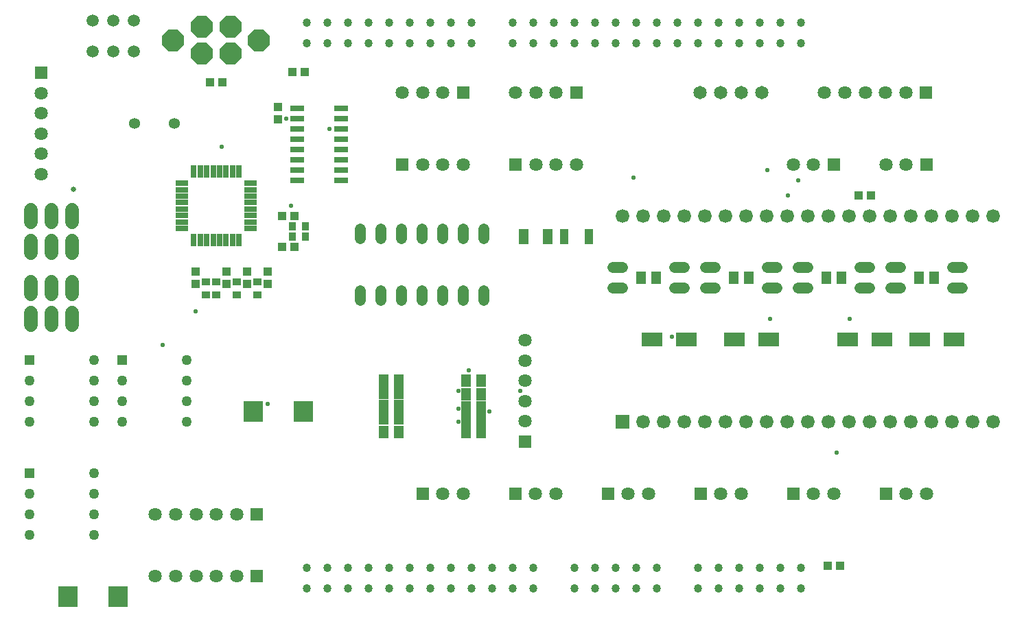
<source format=gbr>
G04 EAGLE Gerber RS-274X export*
G75*
%MOMM*%
%FSLAX34Y34*%
%LPD*%
%INSoldermask Top*%
%IPPOS*%
%AMOC8*
5,1,8,0,0,1.08239X$1,22.5*%
G01*
G04 Define Apertures*
%ADD10R,1.088800X1.838800*%
%ADD11R,1.291600X1.942300*%
%ADD12R,1.627000X1.627000*%
%ADD13C,1.627000*%
%ADD14C,1.027000*%
%ADD15P,2.88673X8X22.5*%
%ADD16R,1.158200X1.547200*%
%ADD17C,1.651000*%
%ADD18R,2.519000X1.692300*%
%ADD19C,1.346200*%
%ADD20R,1.047900X1.097200*%
%ADD21R,1.602000X0.727000*%
%ADD22R,0.727000X1.602000*%
%ADD23R,1.652000X0.777000*%
%ADD24R,1.257000X1.257000*%
%ADD25C,1.257000*%
%ADD26C,1.357000*%
%ADD27C,1.498600*%
%ADD28R,1.097200X1.047900*%
%ADD29R,2.477000X2.577000*%
%ADD30R,0.925700X1.100900*%
%ADD31R,1.100900X0.925700*%
%ADD32C,1.651000*%
%ADD33R,1.687000X1.687000*%
%ADD34C,1.687000*%
%ADD35C,0.584200*%
%ADD36C,0.652000*%
D10*
X73650Y88900D03*
X104150Y88900D03*
D11*
X23346Y88900D03*
X52854Y88900D03*
D12*
X406000Y177800D03*
D13*
X381000Y177800D03*
X356000Y177800D03*
D12*
X520300Y177800D03*
D13*
X495300Y177800D03*
X470300Y177800D03*
D12*
X13100Y-228600D03*
D13*
X38100Y-228600D03*
X63100Y-228600D03*
D12*
X-101200Y-228600D03*
D13*
X-76200Y-228600D03*
X-51200Y-228600D03*
D12*
X127400Y-228600D03*
D13*
X152400Y-228600D03*
X177400Y-228600D03*
D12*
X241700Y-228600D03*
D13*
X266700Y-228600D03*
X291700Y-228600D03*
D12*
X356000Y-228600D03*
D13*
X381000Y-228600D03*
X406000Y-228600D03*
D12*
X470300Y-228600D03*
D13*
X495300Y-228600D03*
X520300Y-228600D03*
D12*
X519700Y266700D03*
D13*
X494700Y266700D03*
X469700Y266700D03*
X444700Y266700D03*
X419700Y266700D03*
X394700Y266700D03*
D12*
X88300Y266700D03*
D13*
X63300Y266700D03*
X38300Y266700D03*
X13300Y266700D03*
D12*
X-51400Y266700D03*
D13*
X-76400Y266700D03*
X-101400Y266700D03*
X-126400Y266700D03*
D12*
X13300Y177800D03*
D13*
X38300Y177800D03*
X63300Y177800D03*
X88300Y177800D03*
D12*
X-126400Y177800D03*
D13*
X-101400Y177800D03*
X-76400Y177800D03*
X-51400Y177800D03*
D14*
X-243840Y-345440D03*
X-218440Y-345440D03*
X-193040Y-345440D03*
X-167640Y-345440D03*
X-142240Y-345440D03*
X-116840Y-345440D03*
X-91440Y-345440D03*
X-66040Y-345440D03*
X-40640Y-345440D03*
X-15240Y-345440D03*
X10160Y-345440D03*
X35560Y-345440D03*
X86360Y-345440D03*
X111760Y-345440D03*
X137160Y-345440D03*
X162560Y-345440D03*
X187960Y-345440D03*
X238760Y-345440D03*
X264160Y-345440D03*
X289560Y-345440D03*
X314960Y-345440D03*
X340360Y-345440D03*
X365760Y-345440D03*
X-243840Y-320040D03*
X-218440Y-320040D03*
X-193040Y-320040D03*
X-167640Y-320040D03*
X-142240Y-320040D03*
X-116840Y-320040D03*
X-91440Y-320040D03*
X-66040Y-320040D03*
X-40640Y-320040D03*
X-15240Y-320040D03*
X10160Y-320040D03*
X35560Y-320040D03*
X86360Y-320040D03*
X111760Y-320040D03*
X137160Y-320040D03*
X162560Y-320040D03*
X187960Y-320040D03*
X238760Y-320040D03*
X264160Y-320040D03*
X289560Y-320040D03*
X314960Y-320040D03*
X340360Y-320040D03*
X365760Y-320040D03*
X-243840Y327660D03*
X-218440Y327660D03*
X-193040Y327660D03*
X-167640Y327660D03*
X-142240Y327660D03*
X-116840Y327660D03*
X-91440Y327660D03*
X-66040Y327660D03*
X-40640Y327660D03*
X10160Y327660D03*
X35560Y327660D03*
X60960Y327660D03*
X86360Y327660D03*
X111760Y327660D03*
X137160Y327660D03*
X162560Y327660D03*
X187960Y327660D03*
X213360Y327660D03*
X238760Y327660D03*
X264160Y327660D03*
X289560Y327660D03*
X314960Y327660D03*
X340360Y327660D03*
X365760Y327660D03*
X-243840Y353060D03*
X-218440Y353060D03*
X-193040Y353060D03*
X-167640Y353060D03*
X-142240Y353060D03*
X-116840Y353060D03*
X-91440Y353060D03*
X-66040Y353060D03*
X-40640Y353060D03*
X10160Y353060D03*
X35560Y353060D03*
X60960Y353060D03*
X86360Y353060D03*
X111760Y353060D03*
X137160Y353060D03*
X162560Y353060D03*
X187960Y353060D03*
X213360Y353060D03*
X238760Y353060D03*
X264160Y353060D03*
X289560Y353060D03*
X314960Y353060D03*
X340360Y353060D03*
X365760Y353060D03*
D15*
X-408940Y331470D03*
X-373380Y347980D03*
X-337820Y347980D03*
X-303530Y331470D03*
X-337820Y314960D03*
X-373380Y314960D03*
D12*
X-305800Y-254000D03*
D13*
X-330800Y-254000D03*
X-355800Y-254000D03*
X-380800Y-254000D03*
X-405800Y-254000D03*
X-430800Y-254000D03*
D12*
X-305800Y-330200D03*
D13*
X-330800Y-330200D03*
X-355800Y-330200D03*
X-380800Y-330200D03*
X-405800Y-330200D03*
X-430800Y-330200D03*
D12*
X-571500Y291100D03*
D13*
X-571500Y266100D03*
X-571500Y241100D03*
X-571500Y216100D03*
X-571500Y191100D03*
X-571500Y166100D03*
D16*
X301295Y38100D03*
X282905Y38100D03*
X186995Y38100D03*
X168605Y38100D03*
X529895Y38100D03*
X511505Y38100D03*
X415595Y38100D03*
X397205Y38100D03*
D17*
X-584200Y106680D02*
X-584200Y121920D01*
X-558800Y121920D02*
X-558800Y106680D01*
X-533400Y106680D02*
X-533400Y121920D01*
X-584200Y83820D02*
X-584200Y68580D01*
X-558800Y68580D02*
X-558800Y83820D01*
X-533400Y83820D02*
X-533400Y68580D01*
X-584200Y33020D02*
X-584200Y17780D01*
X-558800Y17780D02*
X-558800Y33020D01*
X-533400Y33020D02*
X-533400Y17780D01*
X-584200Y-5080D02*
X-584200Y-20320D01*
X-558800Y-20320D02*
X-558800Y-5080D01*
X-533400Y-5080D02*
X-533400Y-20320D01*
D18*
X182121Y-38100D03*
X224279Y-38100D03*
X512321Y-38100D03*
X554479Y-38100D03*
X283721Y-38100D03*
X325879Y-38100D03*
X465579Y-38100D03*
X423421Y-38100D03*
D19*
X-177800Y9906D02*
X-177800Y22098D01*
X-152400Y22098D02*
X-152400Y9906D01*
X-25400Y9906D02*
X-25400Y22098D01*
X-25400Y86106D02*
X-25400Y98298D01*
X-127000Y22098D02*
X-127000Y9906D01*
X-101600Y9906D02*
X-101600Y22098D01*
X-50800Y22098D02*
X-50800Y9906D01*
X-76200Y9906D02*
X-76200Y22098D01*
X-50800Y86106D02*
X-50800Y98298D01*
X-76200Y98298D02*
X-76200Y86106D01*
X-101600Y86106D02*
X-101600Y98298D01*
X-127000Y98298D02*
X-127000Y86106D01*
X-152400Y86106D02*
X-152400Y98298D01*
X-177800Y98298D02*
X-177800Y86106D01*
D20*
X-347854Y279400D03*
X-363346Y279400D03*
X398654Y-317500D03*
X414146Y-317500D03*
X-261746Y292100D03*
X-246254Y292100D03*
X452246Y139700D03*
X436754Y139700D03*
D21*
X-397980Y155000D03*
X-397980Y147000D03*
X-397980Y139000D03*
X-397980Y131000D03*
X-397980Y123000D03*
X-397980Y115000D03*
X-397980Y107000D03*
X-397980Y99000D03*
D22*
X-383600Y84620D03*
X-375600Y84620D03*
X-367600Y84620D03*
X-359600Y84620D03*
X-351600Y84620D03*
X-343600Y84620D03*
X-335600Y84620D03*
X-327600Y84620D03*
D21*
X-313220Y99000D03*
X-313220Y107000D03*
X-313220Y115000D03*
X-313220Y123000D03*
X-313220Y131000D03*
X-313220Y139000D03*
X-313220Y147000D03*
X-313220Y155000D03*
D22*
X-327600Y169380D03*
X-335600Y169380D03*
X-343600Y169380D03*
X-351600Y169380D03*
X-359600Y169380D03*
X-367600Y169380D03*
X-375600Y169380D03*
X-383600Y169380D03*
D23*
X-255720Y247650D03*
X-255720Y234950D03*
X-255720Y222250D03*
X-255720Y209550D03*
X-255720Y196850D03*
X-255720Y184150D03*
X-255720Y171450D03*
X-255720Y158750D03*
X-201480Y158750D03*
X-201480Y171450D03*
X-201480Y184150D03*
X-201480Y196850D03*
X-201480Y209550D03*
X-201480Y222250D03*
X-201480Y234950D03*
X-201480Y247650D03*
D24*
X-585800Y-63500D03*
D25*
X-585800Y-88900D03*
X-585800Y-114300D03*
X-585800Y-139700D03*
X-506400Y-139700D03*
X-506400Y-114300D03*
X-506400Y-88900D03*
X-506400Y-63500D03*
D24*
X-471500Y-63500D03*
D25*
X-471500Y-88900D03*
X-471500Y-114300D03*
X-471500Y-139700D03*
X-392100Y-139700D03*
X-392100Y-114300D03*
X-392100Y-88900D03*
X-392100Y-63500D03*
D24*
X-585800Y-203200D03*
D25*
X-585800Y-228600D03*
X-585800Y-254000D03*
X-585800Y-279400D03*
X-506400Y-279400D03*
X-506400Y-254000D03*
X-506400Y-228600D03*
X-506400Y-203200D03*
D26*
X-456200Y228600D03*
X-407400Y228600D03*
D27*
X-508000Y355600D03*
X-482600Y355600D03*
X-457200Y355600D03*
X-508000Y317500D03*
X-482600Y317500D03*
X-457200Y317500D03*
D28*
X-279400Y233554D03*
X-279400Y249046D03*
D29*
X-477000Y-355600D03*
X-539000Y-355600D03*
X-310400Y-127000D03*
X-248400Y-127000D03*
D20*
X-274446Y76200D03*
X-258954Y76200D03*
X-274446Y114300D03*
X-258954Y114300D03*
D28*
X-381000Y30354D03*
X-381000Y45846D03*
X-342900Y30354D03*
X-342900Y45846D03*
X-292100Y45846D03*
X-292100Y30354D03*
X-317500Y45846D03*
X-317500Y30354D03*
D30*
X-245848Y88900D03*
X-262152Y88900D03*
X-245848Y101600D03*
X-262152Y101600D03*
D31*
X-368300Y17248D03*
X-368300Y33552D03*
X-355600Y17248D03*
X-355600Y33552D03*
X-330200Y17248D03*
X-330200Y33552D03*
X-304800Y17248D03*
X-304800Y33552D03*
D32*
X292100Y266700D03*
X266700Y266700D03*
X241300Y266700D03*
X317500Y266700D03*
D33*
X145300Y-139700D03*
D34*
X170700Y-139700D03*
X602500Y-139700D03*
X196100Y-139700D03*
X221500Y-139700D03*
X246900Y-139700D03*
X272300Y-139700D03*
X297700Y-139700D03*
X323100Y-139700D03*
X348500Y-139700D03*
X373900Y-139700D03*
X399300Y-139700D03*
X424700Y-139700D03*
X450100Y-139700D03*
X475500Y-139700D03*
X500900Y-139700D03*
X526300Y-139700D03*
X551700Y-139700D03*
X577100Y-139700D03*
X145300Y114300D03*
X170700Y114300D03*
X196100Y114300D03*
X221500Y114300D03*
X246900Y114300D03*
X272300Y114300D03*
X297700Y114300D03*
X323100Y114300D03*
X348500Y114300D03*
X373900Y114300D03*
X399300Y114300D03*
X424700Y114300D03*
X450100Y114300D03*
X475500Y114300D03*
X500900Y114300D03*
X526300Y114300D03*
X551700Y114300D03*
X577100Y114300D03*
X602500Y114300D03*
D16*
X-47295Y-152400D03*
X-28905Y-152400D03*
X-47295Y-136928D03*
X-28905Y-136928D03*
X-47295Y-121456D03*
X-28905Y-121456D03*
X-47295Y-105984D03*
X-28905Y-105984D03*
X-47295Y-88900D03*
X-28905Y-88900D03*
X-148895Y-88900D03*
X-130505Y-88900D03*
X-148895Y-104372D03*
X-130505Y-104372D03*
X-148895Y-119844D03*
X-130505Y-119844D03*
X-148895Y-135316D03*
X-130505Y-135316D03*
X-148895Y-152400D03*
X-130505Y-152400D03*
D12*
X25400Y-164100D03*
D13*
X25400Y-139100D03*
X25400Y-114100D03*
X25400Y-89100D03*
X25400Y-64100D03*
X25400Y-39100D03*
D19*
X247904Y50800D02*
X260096Y50800D01*
X260096Y25400D02*
X247904Y25400D01*
X324104Y25400D02*
X336296Y25400D01*
X336296Y50800D02*
X324104Y50800D01*
X145796Y50800D02*
X133604Y50800D01*
X133604Y25400D02*
X145796Y25400D01*
X209804Y25400D02*
X221996Y25400D01*
X221996Y50800D02*
X209804Y50800D01*
X476504Y50800D02*
X488696Y50800D01*
X488696Y25400D02*
X476504Y25400D01*
X552704Y25400D02*
X564896Y25400D01*
X564896Y50800D02*
X552704Y50800D01*
X374142Y50800D02*
X361950Y50800D01*
X361950Y25400D02*
X374142Y25400D01*
X438150Y25400D02*
X450342Y25400D01*
X450342Y50800D02*
X438150Y50800D01*
D35*
X158750Y161925D03*
X361950Y158750D03*
X349250Y139700D03*
X323850Y171450D03*
X-263525Y127000D03*
X327025Y-12700D03*
X206375Y-34925D03*
X425450Y-12700D03*
X-381000Y-3175D03*
X-422275Y-44450D03*
X-269875Y234950D03*
D36*
X-532130Y147320D03*
D35*
X-349250Y200025D03*
X-215900Y222250D03*
X-292100Y-117475D03*
X-19050Y-127000D03*
X-44450Y-76200D03*
X19050Y-101600D03*
X-57150Y-123825D03*
X409575Y-177800D03*
X-57150Y-139700D03*
X-57150Y-101600D03*
M02*

</source>
